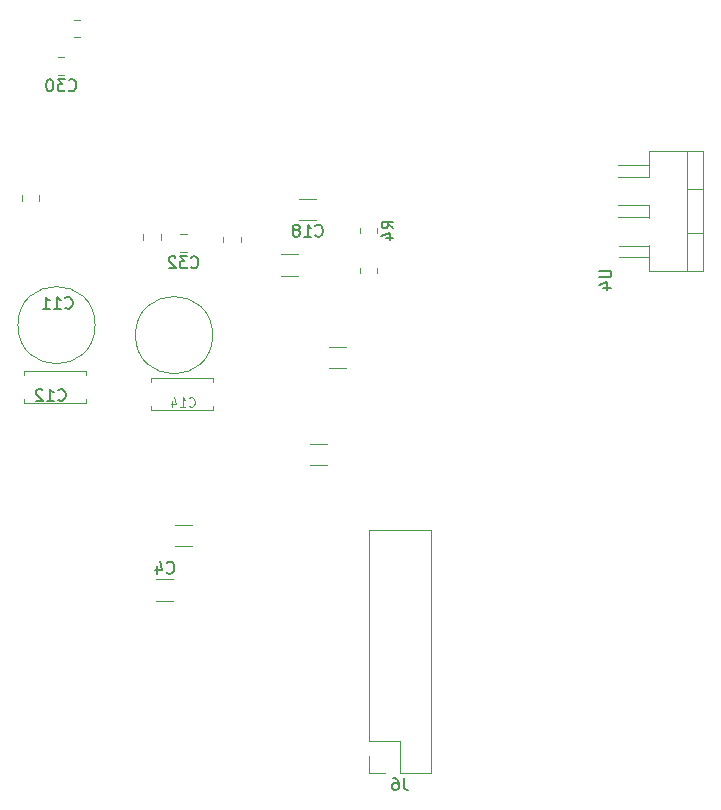
<source format=gbr>
%TF.GenerationSoftware,KiCad,Pcbnew,9.0.5-9.0.5~ubuntu24.04.1*%
%TF.CreationDate,2025-12-28T13:44:13+09:00*%
%TF.ProjectId,bdm-reverb,62646d2d-7265-4766-9572-622e6b696361,rev?*%
%TF.SameCoordinates,Original*%
%TF.FileFunction,Legend,Bot*%
%TF.FilePolarity,Positive*%
%FSLAX46Y46*%
G04 Gerber Fmt 4.6, Leading zero omitted, Abs format (unit mm)*
G04 Created by KiCad (PCBNEW 9.0.5-9.0.5~ubuntu24.04.1) date 2025-12-28 13:44:13*
%MOMM*%
%LPD*%
G01*
G04 APERTURE LIST*
%ADD10C,0.080000*%
%ADD11C,0.150000*%
%ADD12C,0.120000*%
G04 APERTURE END LIST*
D10*
X209714285Y-81689744D02*
X209752381Y-81727840D01*
X209752381Y-81727840D02*
X209866666Y-81765935D01*
X209866666Y-81765935D02*
X209942857Y-81765935D01*
X209942857Y-81765935D02*
X210057143Y-81727840D01*
X210057143Y-81727840D02*
X210133333Y-81651649D01*
X210133333Y-81651649D02*
X210171428Y-81575459D01*
X210171428Y-81575459D02*
X210209524Y-81423078D01*
X210209524Y-81423078D02*
X210209524Y-81308792D01*
X210209524Y-81308792D02*
X210171428Y-81156411D01*
X210171428Y-81156411D02*
X210133333Y-81080220D01*
X210133333Y-81080220D02*
X210057143Y-81004030D01*
X210057143Y-81004030D02*
X209942857Y-80965935D01*
X209942857Y-80965935D02*
X209866666Y-80965935D01*
X209866666Y-80965935D02*
X209752381Y-81004030D01*
X209752381Y-81004030D02*
X209714285Y-81042125D01*
X208952381Y-81765935D02*
X209409524Y-81765935D01*
X209180952Y-81765935D02*
X209180952Y-80965935D01*
X209180952Y-80965935D02*
X209257143Y-81080220D01*
X209257143Y-81080220D02*
X209333333Y-81156411D01*
X209333333Y-81156411D02*
X209409524Y-81194506D01*
X208266666Y-81232601D02*
X208266666Y-81765935D01*
X208457142Y-80927840D02*
X208647619Y-81499268D01*
X208647619Y-81499268D02*
X208152380Y-81499268D01*
D11*
X227903333Y-113194819D02*
X227903333Y-113909104D01*
X227903333Y-113909104D02*
X227950952Y-114051961D01*
X227950952Y-114051961D02*
X228046190Y-114147200D01*
X228046190Y-114147200D02*
X228189047Y-114194819D01*
X228189047Y-114194819D02*
X228284285Y-114194819D01*
X226998571Y-113194819D02*
X227189047Y-113194819D01*
X227189047Y-113194819D02*
X227284285Y-113242438D01*
X227284285Y-113242438D02*
X227331904Y-113290057D01*
X227331904Y-113290057D02*
X227427142Y-113432914D01*
X227427142Y-113432914D02*
X227474761Y-113623390D01*
X227474761Y-113623390D02*
X227474761Y-114004342D01*
X227474761Y-114004342D02*
X227427142Y-114099580D01*
X227427142Y-114099580D02*
X227379523Y-114147200D01*
X227379523Y-114147200D02*
X227284285Y-114194819D01*
X227284285Y-114194819D02*
X227093809Y-114194819D01*
X227093809Y-114194819D02*
X226998571Y-114147200D01*
X226998571Y-114147200D02*
X226950952Y-114099580D01*
X226950952Y-114099580D02*
X226903333Y-114004342D01*
X226903333Y-114004342D02*
X226903333Y-113766247D01*
X226903333Y-113766247D02*
X226950952Y-113671009D01*
X226950952Y-113671009D02*
X226998571Y-113623390D01*
X226998571Y-113623390D02*
X227093809Y-113575771D01*
X227093809Y-113575771D02*
X227284285Y-113575771D01*
X227284285Y-113575771D02*
X227379523Y-113623390D01*
X227379523Y-113623390D02*
X227427142Y-113671009D01*
X227427142Y-113671009D02*
X227474761Y-113766247D01*
X207841666Y-95784580D02*
X207889285Y-95832200D01*
X207889285Y-95832200D02*
X208032142Y-95879819D01*
X208032142Y-95879819D02*
X208127380Y-95879819D01*
X208127380Y-95879819D02*
X208270237Y-95832200D01*
X208270237Y-95832200D02*
X208365475Y-95736961D01*
X208365475Y-95736961D02*
X208413094Y-95641723D01*
X208413094Y-95641723D02*
X208460713Y-95451247D01*
X208460713Y-95451247D02*
X208460713Y-95308390D01*
X208460713Y-95308390D02*
X208413094Y-95117914D01*
X208413094Y-95117914D02*
X208365475Y-95022676D01*
X208365475Y-95022676D02*
X208270237Y-94927438D01*
X208270237Y-94927438D02*
X208127380Y-94879819D01*
X208127380Y-94879819D02*
X208032142Y-94879819D01*
X208032142Y-94879819D02*
X207889285Y-94927438D01*
X207889285Y-94927438D02*
X207841666Y-94975057D01*
X206984523Y-95213152D02*
X206984523Y-95879819D01*
X207222618Y-94832200D02*
X207460713Y-95546485D01*
X207460713Y-95546485D02*
X206841666Y-95546485D01*
X199242857Y-73359580D02*
X199290476Y-73407200D01*
X199290476Y-73407200D02*
X199433333Y-73454819D01*
X199433333Y-73454819D02*
X199528571Y-73454819D01*
X199528571Y-73454819D02*
X199671428Y-73407200D01*
X199671428Y-73407200D02*
X199766666Y-73311961D01*
X199766666Y-73311961D02*
X199814285Y-73216723D01*
X199814285Y-73216723D02*
X199861904Y-73026247D01*
X199861904Y-73026247D02*
X199861904Y-72883390D01*
X199861904Y-72883390D02*
X199814285Y-72692914D01*
X199814285Y-72692914D02*
X199766666Y-72597676D01*
X199766666Y-72597676D02*
X199671428Y-72502438D01*
X199671428Y-72502438D02*
X199528571Y-72454819D01*
X199528571Y-72454819D02*
X199433333Y-72454819D01*
X199433333Y-72454819D02*
X199290476Y-72502438D01*
X199290476Y-72502438D02*
X199242857Y-72550057D01*
X198290476Y-73454819D02*
X198861904Y-73454819D01*
X198576190Y-73454819D02*
X198576190Y-72454819D01*
X198576190Y-72454819D02*
X198671428Y-72597676D01*
X198671428Y-72597676D02*
X198766666Y-72692914D01*
X198766666Y-72692914D02*
X198861904Y-72740533D01*
X197338095Y-73454819D02*
X197909523Y-73454819D01*
X197623809Y-73454819D02*
X197623809Y-72454819D01*
X197623809Y-72454819D02*
X197719047Y-72597676D01*
X197719047Y-72597676D02*
X197814285Y-72692914D01*
X197814285Y-72692914D02*
X197909523Y-72740533D01*
X209892857Y-69939580D02*
X209940476Y-69987200D01*
X209940476Y-69987200D02*
X210083333Y-70034819D01*
X210083333Y-70034819D02*
X210178571Y-70034819D01*
X210178571Y-70034819D02*
X210321428Y-69987200D01*
X210321428Y-69987200D02*
X210416666Y-69891961D01*
X210416666Y-69891961D02*
X210464285Y-69796723D01*
X210464285Y-69796723D02*
X210511904Y-69606247D01*
X210511904Y-69606247D02*
X210511904Y-69463390D01*
X210511904Y-69463390D02*
X210464285Y-69272914D01*
X210464285Y-69272914D02*
X210416666Y-69177676D01*
X210416666Y-69177676D02*
X210321428Y-69082438D01*
X210321428Y-69082438D02*
X210178571Y-69034819D01*
X210178571Y-69034819D02*
X210083333Y-69034819D01*
X210083333Y-69034819D02*
X209940476Y-69082438D01*
X209940476Y-69082438D02*
X209892857Y-69130057D01*
X209559523Y-69034819D02*
X208940476Y-69034819D01*
X208940476Y-69034819D02*
X209273809Y-69415771D01*
X209273809Y-69415771D02*
X209130952Y-69415771D01*
X209130952Y-69415771D02*
X209035714Y-69463390D01*
X209035714Y-69463390D02*
X208988095Y-69511009D01*
X208988095Y-69511009D02*
X208940476Y-69606247D01*
X208940476Y-69606247D02*
X208940476Y-69844342D01*
X208940476Y-69844342D02*
X208988095Y-69939580D01*
X208988095Y-69939580D02*
X209035714Y-69987200D01*
X209035714Y-69987200D02*
X209130952Y-70034819D01*
X209130952Y-70034819D02*
X209416666Y-70034819D01*
X209416666Y-70034819D02*
X209511904Y-69987200D01*
X209511904Y-69987200D02*
X209559523Y-69939580D01*
X208559523Y-69130057D02*
X208511904Y-69082438D01*
X208511904Y-69082438D02*
X208416666Y-69034819D01*
X208416666Y-69034819D02*
X208178571Y-69034819D01*
X208178571Y-69034819D02*
X208083333Y-69082438D01*
X208083333Y-69082438D02*
X208035714Y-69130057D01*
X208035714Y-69130057D02*
X207988095Y-69225295D01*
X207988095Y-69225295D02*
X207988095Y-69320533D01*
X207988095Y-69320533D02*
X208035714Y-69463390D01*
X208035714Y-69463390D02*
X208607142Y-70034819D01*
X208607142Y-70034819D02*
X207988095Y-70034819D01*
X227029819Y-66658333D02*
X226553628Y-66325000D01*
X227029819Y-66086905D02*
X226029819Y-66086905D01*
X226029819Y-66086905D02*
X226029819Y-66467857D01*
X226029819Y-66467857D02*
X226077438Y-66563095D01*
X226077438Y-66563095D02*
X226125057Y-66610714D01*
X226125057Y-66610714D02*
X226220295Y-66658333D01*
X226220295Y-66658333D02*
X226363152Y-66658333D01*
X226363152Y-66658333D02*
X226458390Y-66610714D01*
X226458390Y-66610714D02*
X226506009Y-66563095D01*
X226506009Y-66563095D02*
X226553628Y-66467857D01*
X226553628Y-66467857D02*
X226553628Y-66086905D01*
X226363152Y-67515476D02*
X227029819Y-67515476D01*
X225982200Y-67277381D02*
X226696485Y-67039286D01*
X226696485Y-67039286D02*
X226696485Y-67658333D01*
X198642857Y-81159580D02*
X198690476Y-81207200D01*
X198690476Y-81207200D02*
X198833333Y-81254819D01*
X198833333Y-81254819D02*
X198928571Y-81254819D01*
X198928571Y-81254819D02*
X199071428Y-81207200D01*
X199071428Y-81207200D02*
X199166666Y-81111961D01*
X199166666Y-81111961D02*
X199214285Y-81016723D01*
X199214285Y-81016723D02*
X199261904Y-80826247D01*
X199261904Y-80826247D02*
X199261904Y-80683390D01*
X199261904Y-80683390D02*
X199214285Y-80492914D01*
X199214285Y-80492914D02*
X199166666Y-80397676D01*
X199166666Y-80397676D02*
X199071428Y-80302438D01*
X199071428Y-80302438D02*
X198928571Y-80254819D01*
X198928571Y-80254819D02*
X198833333Y-80254819D01*
X198833333Y-80254819D02*
X198690476Y-80302438D01*
X198690476Y-80302438D02*
X198642857Y-80350057D01*
X197690476Y-81254819D02*
X198261904Y-81254819D01*
X197976190Y-81254819D02*
X197976190Y-80254819D01*
X197976190Y-80254819D02*
X198071428Y-80397676D01*
X198071428Y-80397676D02*
X198166666Y-80492914D01*
X198166666Y-80492914D02*
X198261904Y-80540533D01*
X197309523Y-80350057D02*
X197261904Y-80302438D01*
X197261904Y-80302438D02*
X197166666Y-80254819D01*
X197166666Y-80254819D02*
X196928571Y-80254819D01*
X196928571Y-80254819D02*
X196833333Y-80302438D01*
X196833333Y-80302438D02*
X196785714Y-80350057D01*
X196785714Y-80350057D02*
X196738095Y-80445295D01*
X196738095Y-80445295D02*
X196738095Y-80540533D01*
X196738095Y-80540533D02*
X196785714Y-80683390D01*
X196785714Y-80683390D02*
X197357142Y-81254819D01*
X197357142Y-81254819D02*
X196738095Y-81254819D01*
X220417857Y-67259580D02*
X220465476Y-67307200D01*
X220465476Y-67307200D02*
X220608333Y-67354819D01*
X220608333Y-67354819D02*
X220703571Y-67354819D01*
X220703571Y-67354819D02*
X220846428Y-67307200D01*
X220846428Y-67307200D02*
X220941666Y-67211961D01*
X220941666Y-67211961D02*
X220989285Y-67116723D01*
X220989285Y-67116723D02*
X221036904Y-66926247D01*
X221036904Y-66926247D02*
X221036904Y-66783390D01*
X221036904Y-66783390D02*
X220989285Y-66592914D01*
X220989285Y-66592914D02*
X220941666Y-66497676D01*
X220941666Y-66497676D02*
X220846428Y-66402438D01*
X220846428Y-66402438D02*
X220703571Y-66354819D01*
X220703571Y-66354819D02*
X220608333Y-66354819D01*
X220608333Y-66354819D02*
X220465476Y-66402438D01*
X220465476Y-66402438D02*
X220417857Y-66450057D01*
X219465476Y-67354819D02*
X220036904Y-67354819D01*
X219751190Y-67354819D02*
X219751190Y-66354819D01*
X219751190Y-66354819D02*
X219846428Y-66497676D01*
X219846428Y-66497676D02*
X219941666Y-66592914D01*
X219941666Y-66592914D02*
X220036904Y-66640533D01*
X218894047Y-66783390D02*
X218989285Y-66735771D01*
X218989285Y-66735771D02*
X219036904Y-66688152D01*
X219036904Y-66688152D02*
X219084523Y-66592914D01*
X219084523Y-66592914D02*
X219084523Y-66545295D01*
X219084523Y-66545295D02*
X219036904Y-66450057D01*
X219036904Y-66450057D02*
X218989285Y-66402438D01*
X218989285Y-66402438D02*
X218894047Y-66354819D01*
X218894047Y-66354819D02*
X218703571Y-66354819D01*
X218703571Y-66354819D02*
X218608333Y-66402438D01*
X218608333Y-66402438D02*
X218560714Y-66450057D01*
X218560714Y-66450057D02*
X218513095Y-66545295D01*
X218513095Y-66545295D02*
X218513095Y-66592914D01*
X218513095Y-66592914D02*
X218560714Y-66688152D01*
X218560714Y-66688152D02*
X218608333Y-66735771D01*
X218608333Y-66735771D02*
X218703571Y-66783390D01*
X218703571Y-66783390D02*
X218894047Y-66783390D01*
X218894047Y-66783390D02*
X218989285Y-66831009D01*
X218989285Y-66831009D02*
X219036904Y-66878628D01*
X219036904Y-66878628D02*
X219084523Y-66973866D01*
X219084523Y-66973866D02*
X219084523Y-67164342D01*
X219084523Y-67164342D02*
X219036904Y-67259580D01*
X219036904Y-67259580D02*
X218989285Y-67307200D01*
X218989285Y-67307200D02*
X218894047Y-67354819D01*
X218894047Y-67354819D02*
X218703571Y-67354819D01*
X218703571Y-67354819D02*
X218608333Y-67307200D01*
X218608333Y-67307200D02*
X218560714Y-67259580D01*
X218560714Y-67259580D02*
X218513095Y-67164342D01*
X218513095Y-67164342D02*
X218513095Y-66973866D01*
X218513095Y-66973866D02*
X218560714Y-66878628D01*
X218560714Y-66878628D02*
X218608333Y-66831009D01*
X218608333Y-66831009D02*
X218703571Y-66783390D01*
X244454819Y-70238095D02*
X245264342Y-70238095D01*
X245264342Y-70238095D02*
X245359580Y-70285714D01*
X245359580Y-70285714D02*
X245407200Y-70333333D01*
X245407200Y-70333333D02*
X245454819Y-70428571D01*
X245454819Y-70428571D02*
X245454819Y-70619047D01*
X245454819Y-70619047D02*
X245407200Y-70714285D01*
X245407200Y-70714285D02*
X245359580Y-70761904D01*
X245359580Y-70761904D02*
X245264342Y-70809523D01*
X245264342Y-70809523D02*
X244454819Y-70809523D01*
X244788152Y-71714285D02*
X245454819Y-71714285D01*
X244407200Y-71476190D02*
X245121485Y-71238095D01*
X245121485Y-71238095D02*
X245121485Y-71857142D01*
X199542857Y-54939580D02*
X199590476Y-54987200D01*
X199590476Y-54987200D02*
X199733333Y-55034819D01*
X199733333Y-55034819D02*
X199828571Y-55034819D01*
X199828571Y-55034819D02*
X199971428Y-54987200D01*
X199971428Y-54987200D02*
X200066666Y-54891961D01*
X200066666Y-54891961D02*
X200114285Y-54796723D01*
X200114285Y-54796723D02*
X200161904Y-54606247D01*
X200161904Y-54606247D02*
X200161904Y-54463390D01*
X200161904Y-54463390D02*
X200114285Y-54272914D01*
X200114285Y-54272914D02*
X200066666Y-54177676D01*
X200066666Y-54177676D02*
X199971428Y-54082438D01*
X199971428Y-54082438D02*
X199828571Y-54034819D01*
X199828571Y-54034819D02*
X199733333Y-54034819D01*
X199733333Y-54034819D02*
X199590476Y-54082438D01*
X199590476Y-54082438D02*
X199542857Y-54130057D01*
X199209523Y-54034819D02*
X198590476Y-54034819D01*
X198590476Y-54034819D02*
X198923809Y-54415771D01*
X198923809Y-54415771D02*
X198780952Y-54415771D01*
X198780952Y-54415771D02*
X198685714Y-54463390D01*
X198685714Y-54463390D02*
X198638095Y-54511009D01*
X198638095Y-54511009D02*
X198590476Y-54606247D01*
X198590476Y-54606247D02*
X198590476Y-54844342D01*
X198590476Y-54844342D02*
X198638095Y-54939580D01*
X198638095Y-54939580D02*
X198685714Y-54987200D01*
X198685714Y-54987200D02*
X198780952Y-55034819D01*
X198780952Y-55034819D02*
X199066666Y-55034819D01*
X199066666Y-55034819D02*
X199161904Y-54987200D01*
X199161904Y-54987200D02*
X199209523Y-54939580D01*
X197971428Y-54034819D02*
X197876190Y-54034819D01*
X197876190Y-54034819D02*
X197780952Y-54082438D01*
X197780952Y-54082438D02*
X197733333Y-54130057D01*
X197733333Y-54130057D02*
X197685714Y-54225295D01*
X197685714Y-54225295D02*
X197638095Y-54415771D01*
X197638095Y-54415771D02*
X197638095Y-54653866D01*
X197638095Y-54653866D02*
X197685714Y-54844342D01*
X197685714Y-54844342D02*
X197733333Y-54939580D01*
X197733333Y-54939580D02*
X197780952Y-54987200D01*
X197780952Y-54987200D02*
X197876190Y-55034819D01*
X197876190Y-55034819D02*
X197971428Y-55034819D01*
X197971428Y-55034819D02*
X198066666Y-54987200D01*
X198066666Y-54987200D02*
X198114285Y-54939580D01*
X198114285Y-54939580D02*
X198161904Y-54844342D01*
X198161904Y-54844342D02*
X198209523Y-54653866D01*
X198209523Y-54653866D02*
X198209523Y-54415771D01*
X198209523Y-54415771D02*
X198161904Y-54225295D01*
X198161904Y-54225295D02*
X198114285Y-54130057D01*
X198114285Y-54130057D02*
X198066666Y-54082438D01*
X198066666Y-54082438D02*
X197971428Y-54034819D01*
D12*
%TO.C,C14*%
X211720000Y-82070000D02*
X211720000Y-81733000D01*
X211720000Y-79667000D02*
X211720000Y-79330000D01*
X211720000Y-79330000D02*
X206480000Y-79330000D01*
X206480000Y-82070000D02*
X211720000Y-82070000D01*
X206480000Y-81733000D02*
X206480000Y-82070000D01*
X206480000Y-79330000D02*
X206480000Y-79667000D01*
%TO.C,J6*%
X224920000Y-112740000D02*
X226300000Y-112740000D01*
X224920000Y-111360000D02*
X224920000Y-112740000D01*
X224920000Y-110090000D02*
X224920000Y-92200000D01*
X224920000Y-110090000D02*
X227570000Y-110090000D01*
X224920000Y-92200000D02*
X230220000Y-92200000D01*
X227570000Y-112740000D02*
X230220000Y-112740000D01*
X227570000Y-110090000D02*
X227570000Y-112740000D01*
X230220000Y-112740000D02*
X230220000Y-92200000D01*
%TO.C,C36*%
X221411252Y-84890000D02*
X219988748Y-84890000D01*
X221411252Y-86710000D02*
X219988748Y-86710000D01*
%TO.C,C35*%
X222986252Y-76690000D02*
X221563748Y-76690000D01*
X222986252Y-78510000D02*
X221563748Y-78510000D01*
%TO.C,C4*%
X208386252Y-96365000D02*
X206963748Y-96365000D01*
X208386252Y-98185000D02*
X206963748Y-98185000D01*
%TO.C,C11*%
X201770000Y-74850000D02*
G75*
G02*
X195230000Y-74850000I-3270000J0D01*
G01*
X195230000Y-74850000D02*
G75*
G02*
X201770000Y-74850000I3270000J0D01*
G01*
%TO.C,C13*%
X211720000Y-75700000D02*
G75*
G02*
X205180000Y-75700000I-3270000J0D01*
G01*
X205180000Y-75700000D02*
G75*
G02*
X211720000Y-75700000I3270000J0D01*
G01*
%TO.C,C17*%
X217488748Y-68840000D02*
X218911252Y-68840000D01*
X217488748Y-70660000D02*
X218911252Y-70660000D01*
%TO.C,C32*%
X208988748Y-67165000D02*
X209511252Y-67165000D01*
X208988748Y-68635000D02*
X209511252Y-68635000D01*
%TO.C,R4*%
X224190000Y-67052064D02*
X224190000Y-66597936D01*
X225660000Y-67052064D02*
X225660000Y-66597936D01*
%TO.C,C12*%
X200995000Y-81445000D02*
X200995000Y-81108000D01*
X200995000Y-79042000D02*
X200995000Y-78705000D01*
X200995000Y-78705000D02*
X195755000Y-78705000D01*
X195755000Y-81445000D02*
X200995000Y-81445000D01*
X195755000Y-81108000D02*
X195755000Y-81445000D01*
X195755000Y-78705000D02*
X195755000Y-79042000D01*
%TO.C,C18*%
X219063748Y-64140000D02*
X220486252Y-64140000D01*
X219063748Y-65960000D02*
X220486252Y-65960000D01*
%TO.C,U4*%
X248640000Y-60090000D02*
X248640000Y-62340000D01*
X248640000Y-61315000D02*
X246004000Y-61315000D01*
X248640000Y-62285000D02*
X246004000Y-62285000D01*
X248640000Y-64660000D02*
X248640000Y-65740000D01*
X248640000Y-64715000D02*
X246004000Y-64715000D01*
X248640000Y-65685000D02*
X246004000Y-65685000D01*
X248640000Y-68060000D02*
X248640000Y-70310000D01*
X248640000Y-68115000D02*
X246110000Y-68115000D01*
X248640000Y-69085000D02*
X246110000Y-69085000D01*
X248640000Y-70310000D02*
X253260000Y-70310000D01*
X251880000Y-70310000D02*
X251880000Y-60090000D01*
X253260000Y-60090000D02*
X248640000Y-60090000D01*
X253260000Y-63350000D02*
X251880000Y-63350000D01*
X253260000Y-67050000D02*
X251880000Y-67050000D01*
X253260000Y-70310000D02*
X253260000Y-60090000D01*
%TO.C,R9*%
X224190000Y-70022936D02*
X224190000Y-70477064D01*
X225660000Y-70022936D02*
X225660000Y-70477064D01*
%TO.C,C28*%
X200461252Y-49015000D02*
X199938748Y-49015000D01*
X200461252Y-50485000D02*
X199938748Y-50485000D01*
%TO.C,R18*%
X205865000Y-67627064D02*
X205865000Y-67172936D01*
X207335000Y-67627064D02*
X207335000Y-67172936D01*
%TO.C,C2*%
X209961252Y-91740000D02*
X208538748Y-91740000D01*
X209961252Y-93560000D02*
X208538748Y-93560000D01*
%TO.C,R17*%
X195565000Y-63872936D02*
X195565000Y-64327064D01*
X197035000Y-63872936D02*
X197035000Y-64327064D01*
%TO.C,C30*%
X198638748Y-52165000D02*
X199161252Y-52165000D01*
X198638748Y-53635000D02*
X199161252Y-53635000D01*
%TO.C,R8*%
X212615000Y-67347936D02*
X212615000Y-67802064D01*
X214085000Y-67347936D02*
X214085000Y-67802064D01*
%TD*%
M02*

</source>
